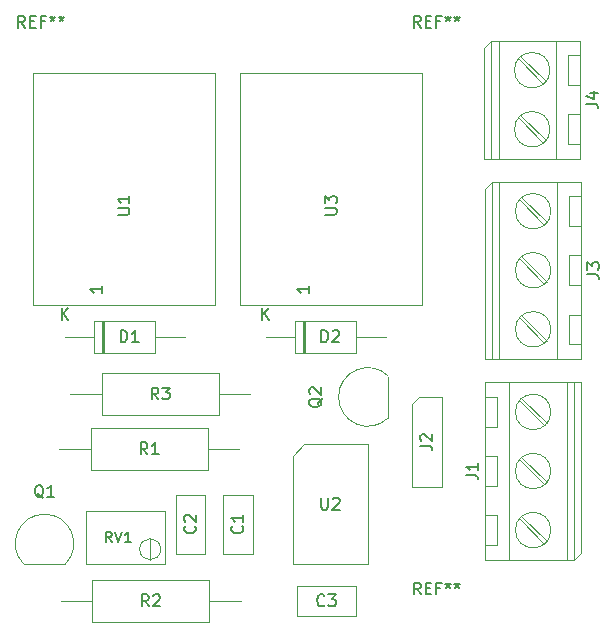
<source format=gbr>
%TF.GenerationSoftware,KiCad,Pcbnew,6.0.5-a6ca702e91~116~ubuntu20.04.1*%
%TF.CreationDate,2022-06-11T15:45:11-05:00*%
%TF.ProjectId,controlDeBombas,636f6e74-726f-46c4-9465-426f6d626173,rev?*%
%TF.SameCoordinates,PX623a7c0PY3fe56c0*%
%TF.FileFunction,AssemblyDrawing,Top*%
%FSLAX46Y46*%
G04 Gerber Fmt 4.6, Leading zero omitted, Abs format (unit mm)*
G04 Created by KiCad (PCBNEW 6.0.5-a6ca702e91~116~ubuntu20.04.1) date 2022-06-11 15:45:11*
%MOMM*%
%LPD*%
G01*
G04 APERTURE LIST*
%ADD10C,0.150000*%
%ADD11C,0.100000*%
%ADD12C,0.120000*%
G04 APERTURE END LIST*
D10*
%TO.C,REF\u002A\u002A*%
X41966666Y-9952380D02*
X41633333Y-9476190D01*
X41395238Y-9952380D02*
X41395238Y-8952380D01*
X41776190Y-8952380D01*
X41871428Y-9000000D01*
X41919047Y-9047619D01*
X41966666Y-9142857D01*
X41966666Y-9285714D01*
X41919047Y-9380952D01*
X41871428Y-9428571D01*
X41776190Y-9476190D01*
X41395238Y-9476190D01*
X42395238Y-9428571D02*
X42728571Y-9428571D01*
X42871428Y-9952380D02*
X42395238Y-9952380D01*
X42395238Y-8952380D01*
X42871428Y-8952380D01*
X43633333Y-9428571D02*
X43300000Y-9428571D01*
X43300000Y-9952380D02*
X43300000Y-8952380D01*
X43776190Y-8952380D01*
X44300000Y-8952380D02*
X44300000Y-9190476D01*
X44061904Y-9095238D02*
X44300000Y-9190476D01*
X44538095Y-9095238D01*
X44157142Y-9380952D02*
X44300000Y-9190476D01*
X44442857Y-9380952D01*
X45061904Y-8952380D02*
X45061904Y-9190476D01*
X44823809Y-9095238D02*
X45061904Y-9190476D01*
X45300000Y-9095238D01*
X44919047Y-9380952D02*
X45061904Y-9190476D01*
X45204761Y-9380952D01*
X8466666Y-9952380D02*
X8133333Y-9476190D01*
X7895238Y-9952380D02*
X7895238Y-8952380D01*
X8276190Y-8952380D01*
X8371428Y-9000000D01*
X8419047Y-9047619D01*
X8466666Y-9142857D01*
X8466666Y-9285714D01*
X8419047Y-9380952D01*
X8371428Y-9428571D01*
X8276190Y-9476190D01*
X7895238Y-9476190D01*
X8895238Y-9428571D02*
X9228571Y-9428571D01*
X9371428Y-9952380D02*
X8895238Y-9952380D01*
X8895238Y-8952380D01*
X9371428Y-8952380D01*
X10133333Y-9428571D02*
X9800000Y-9428571D01*
X9800000Y-9952380D02*
X9800000Y-8952380D01*
X10276190Y-8952380D01*
X10800000Y-8952380D02*
X10800000Y-9190476D01*
X10561904Y-9095238D02*
X10800000Y-9190476D01*
X11038095Y-9095238D01*
X10657142Y-9380952D02*
X10800000Y-9190476D01*
X10942857Y-9380952D01*
X11561904Y-8952380D02*
X11561904Y-9190476D01*
X11323809Y-9095238D02*
X11561904Y-9190476D01*
X11800000Y-9095238D01*
X11419047Y-9380952D02*
X11561904Y-9190476D01*
X11704761Y-9380952D01*
X41966666Y-57952380D02*
X41633333Y-57476190D01*
X41395238Y-57952380D02*
X41395238Y-56952380D01*
X41776190Y-56952380D01*
X41871428Y-57000000D01*
X41919047Y-57047619D01*
X41966666Y-57142857D01*
X41966666Y-57285714D01*
X41919047Y-57380952D01*
X41871428Y-57428571D01*
X41776190Y-57476190D01*
X41395238Y-57476190D01*
X42395238Y-57428571D02*
X42728571Y-57428571D01*
X42871428Y-57952380D02*
X42395238Y-57952380D01*
X42395238Y-56952380D01*
X42871428Y-56952380D01*
X43633333Y-57428571D02*
X43300000Y-57428571D01*
X43300000Y-57952380D02*
X43300000Y-56952380D01*
X43776190Y-56952380D01*
X44300000Y-56952380D02*
X44300000Y-57190476D01*
X44061904Y-57095238D02*
X44300000Y-57190476D01*
X44538095Y-57095238D01*
X44157142Y-57380952D02*
X44300000Y-57190476D01*
X44442857Y-57380952D01*
X45061904Y-56952380D02*
X45061904Y-57190476D01*
X44823809Y-57095238D02*
X45061904Y-57190476D01*
X45300000Y-57095238D01*
X44919047Y-57380952D02*
X45061904Y-57190476D01*
X45204761Y-57380952D01*
%TO.C,C1*%
X26857142Y-52166666D02*
X26904761Y-52214285D01*
X26952380Y-52357142D01*
X26952380Y-52452380D01*
X26904761Y-52595238D01*
X26809523Y-52690476D01*
X26714285Y-52738095D01*
X26523809Y-52785714D01*
X26380952Y-52785714D01*
X26190476Y-52738095D01*
X26095238Y-52690476D01*
X26000000Y-52595238D01*
X25952380Y-52452380D01*
X25952380Y-52357142D01*
X26000000Y-52214285D01*
X26047619Y-52166666D01*
X26952380Y-51214285D02*
X26952380Y-51785714D01*
X26952380Y-51500000D02*
X25952380Y-51500000D01*
X26095238Y-51595238D01*
X26190476Y-51690476D01*
X26238095Y-51785714D01*
%TO.C,C2*%
X22857142Y-52166666D02*
X22904761Y-52214285D01*
X22952380Y-52357142D01*
X22952380Y-52452380D01*
X22904761Y-52595238D01*
X22809523Y-52690476D01*
X22714285Y-52738095D01*
X22523809Y-52785714D01*
X22380952Y-52785714D01*
X22190476Y-52738095D01*
X22095238Y-52690476D01*
X22000000Y-52595238D01*
X21952380Y-52452380D01*
X21952380Y-52357142D01*
X22000000Y-52214285D01*
X22047619Y-52166666D01*
X22047619Y-51785714D02*
X22000000Y-51738095D01*
X21952380Y-51642857D01*
X21952380Y-51404761D01*
X22000000Y-51309523D01*
X22047619Y-51261904D01*
X22142857Y-51214285D01*
X22238095Y-51214285D01*
X22380952Y-51261904D01*
X22952380Y-51833333D01*
X22952380Y-51214285D01*
%TO.C,C3*%
X33833333Y-58857142D02*
X33785714Y-58904761D01*
X33642857Y-58952380D01*
X33547619Y-58952380D01*
X33404761Y-58904761D01*
X33309523Y-58809523D01*
X33261904Y-58714285D01*
X33214285Y-58523809D01*
X33214285Y-58380952D01*
X33261904Y-58190476D01*
X33309523Y-58095238D01*
X33404761Y-58000000D01*
X33547619Y-57952380D01*
X33642857Y-57952380D01*
X33785714Y-58000000D01*
X33833333Y-58047619D01*
X34166666Y-57952380D02*
X34785714Y-57952380D01*
X34452380Y-58333333D01*
X34595238Y-58333333D01*
X34690476Y-58380952D01*
X34738095Y-58428571D01*
X34785714Y-58523809D01*
X34785714Y-58761904D01*
X34738095Y-58857142D01*
X34690476Y-58904761D01*
X34595238Y-58952380D01*
X34309523Y-58952380D01*
X34214285Y-58904761D01*
X34166666Y-58857142D01*
%TO.C,D1*%
X16571904Y-36582380D02*
X16571904Y-35582380D01*
X16810000Y-35582380D01*
X16952857Y-35630000D01*
X17048095Y-35725238D01*
X17095714Y-35820476D01*
X17143333Y-36010952D01*
X17143333Y-36153809D01*
X17095714Y-36344285D01*
X17048095Y-36439523D01*
X16952857Y-36534761D01*
X16810000Y-36582380D01*
X16571904Y-36582380D01*
X18095714Y-36582380D02*
X17524285Y-36582380D01*
X17810000Y-36582380D02*
X17810000Y-35582380D01*
X17714761Y-35725238D01*
X17619523Y-35820476D01*
X17524285Y-35868095D01*
X11578095Y-34682380D02*
X11578095Y-33682380D01*
X12149523Y-34682380D02*
X11720952Y-34110952D01*
X12149523Y-33682380D02*
X11578095Y-34253809D01*
%TO.C,D2*%
X28578095Y-34682380D02*
X28578095Y-33682380D01*
X29149523Y-34682380D02*
X28720952Y-34110952D01*
X29149523Y-33682380D02*
X28578095Y-34253809D01*
X33571904Y-36582380D02*
X33571904Y-35582380D01*
X33810000Y-35582380D01*
X33952857Y-35630000D01*
X34048095Y-35725238D01*
X34095714Y-35820476D01*
X34143333Y-36010952D01*
X34143333Y-36153809D01*
X34095714Y-36344285D01*
X34048095Y-36439523D01*
X33952857Y-36534761D01*
X33810000Y-36582380D01*
X33571904Y-36582380D01*
X34524285Y-35677619D02*
X34571904Y-35630000D01*
X34667142Y-35582380D01*
X34905238Y-35582380D01*
X35000476Y-35630000D01*
X35048095Y-35677619D01*
X35095714Y-35772857D01*
X35095714Y-35868095D01*
X35048095Y-36010952D01*
X34476666Y-36582380D01*
X35095714Y-36582380D01*
%TO.C,J1*%
X45842380Y-47833333D02*
X46556666Y-47833333D01*
X46699523Y-47880952D01*
X46794761Y-47976190D01*
X46842380Y-48119047D01*
X46842380Y-48214285D01*
X46842380Y-46833333D02*
X46842380Y-47404761D01*
X46842380Y-47119047D02*
X45842380Y-47119047D01*
X45985238Y-47214285D01*
X46080476Y-47309523D01*
X46128095Y-47404761D01*
%TO.C,J2*%
X41952380Y-45373333D02*
X42666666Y-45373333D01*
X42809523Y-45420952D01*
X42904761Y-45516190D01*
X42952380Y-45659047D01*
X42952380Y-45754285D01*
X42047619Y-44944761D02*
X42000000Y-44897142D01*
X41952380Y-44801904D01*
X41952380Y-44563809D01*
X42000000Y-44468571D01*
X42047619Y-44420952D01*
X42142857Y-44373333D01*
X42238095Y-44373333D01*
X42380952Y-44420952D01*
X42952380Y-44992380D01*
X42952380Y-44373333D01*
%TO.C,J3*%
X56062380Y-30833333D02*
X56776666Y-30833333D01*
X56919523Y-30880952D01*
X57014761Y-30976190D01*
X57062380Y-31119047D01*
X57062380Y-31214285D01*
X56062380Y-30452380D02*
X56062380Y-29833333D01*
X56443333Y-30166666D01*
X56443333Y-30023809D01*
X56490952Y-29928571D01*
X56538571Y-29880952D01*
X56633809Y-29833333D01*
X56871904Y-29833333D01*
X56967142Y-29880952D01*
X57014761Y-29928571D01*
X57062380Y-30023809D01*
X57062380Y-30309523D01*
X57014761Y-30404761D01*
X56967142Y-30452380D01*
%TO.C,J4*%
X55982380Y-16393333D02*
X56696666Y-16393333D01*
X56839523Y-16440952D01*
X56934761Y-16536190D01*
X56982380Y-16679047D01*
X56982380Y-16774285D01*
X56315714Y-15488571D02*
X56982380Y-15488571D01*
X55934761Y-15726666D02*
X56649047Y-15964761D01*
X56649047Y-15345714D01*
%TO.C,Q1*%
X10034761Y-49777619D02*
X9939523Y-49730000D01*
X9844285Y-49634761D01*
X9701428Y-49491904D01*
X9606190Y-49444285D01*
X9510952Y-49444285D01*
X9558571Y-49682380D02*
X9463333Y-49634761D01*
X9368095Y-49539523D01*
X9320476Y-49349047D01*
X9320476Y-49015714D01*
X9368095Y-48825238D01*
X9463333Y-48730000D01*
X9558571Y-48682380D01*
X9749047Y-48682380D01*
X9844285Y-48730000D01*
X9939523Y-48825238D01*
X9987142Y-49015714D01*
X9987142Y-49349047D01*
X9939523Y-49539523D01*
X9844285Y-49634761D01*
X9749047Y-49682380D01*
X9558571Y-49682380D01*
X10939523Y-49682380D02*
X10368095Y-49682380D01*
X10653809Y-49682380D02*
X10653809Y-48682380D01*
X10558571Y-48825238D01*
X10463333Y-48920476D01*
X10368095Y-48968095D01*
%TO.C,Q2*%
X33647619Y-41325238D02*
X33600000Y-41420476D01*
X33504761Y-41515714D01*
X33361904Y-41658571D01*
X33314285Y-41753809D01*
X33314285Y-41849047D01*
X33552380Y-41801428D02*
X33504761Y-41896666D01*
X33409523Y-41991904D01*
X33219047Y-42039523D01*
X32885714Y-42039523D01*
X32695238Y-41991904D01*
X32600000Y-41896666D01*
X32552380Y-41801428D01*
X32552380Y-41610952D01*
X32600000Y-41515714D01*
X32695238Y-41420476D01*
X32885714Y-41372857D01*
X33219047Y-41372857D01*
X33409523Y-41420476D01*
X33504761Y-41515714D01*
X33552380Y-41610952D01*
X33552380Y-41801428D01*
X32647619Y-40991904D02*
X32600000Y-40944285D01*
X32552380Y-40849047D01*
X32552380Y-40610952D01*
X32600000Y-40515714D01*
X32647619Y-40468095D01*
X32742857Y-40420476D01*
X32838095Y-40420476D01*
X32980952Y-40468095D01*
X33552380Y-41039523D01*
X33552380Y-40420476D01*
%TO.C,R1*%
X18833333Y-46082380D02*
X18500000Y-45606190D01*
X18261904Y-46082380D02*
X18261904Y-45082380D01*
X18642857Y-45082380D01*
X18738095Y-45130000D01*
X18785714Y-45177619D01*
X18833333Y-45272857D01*
X18833333Y-45415714D01*
X18785714Y-45510952D01*
X18738095Y-45558571D01*
X18642857Y-45606190D01*
X18261904Y-45606190D01*
X19785714Y-46082380D02*
X19214285Y-46082380D01*
X19500000Y-46082380D02*
X19500000Y-45082380D01*
X19404761Y-45225238D01*
X19309523Y-45320476D01*
X19214285Y-45368095D01*
%TO.C,R2*%
X18953333Y-58952380D02*
X18620000Y-58476190D01*
X18381904Y-58952380D02*
X18381904Y-57952380D01*
X18762857Y-57952380D01*
X18858095Y-58000000D01*
X18905714Y-58047619D01*
X18953333Y-58142857D01*
X18953333Y-58285714D01*
X18905714Y-58380952D01*
X18858095Y-58428571D01*
X18762857Y-58476190D01*
X18381904Y-58476190D01*
X19334285Y-58047619D02*
X19381904Y-58000000D01*
X19477142Y-57952380D01*
X19715238Y-57952380D01*
X19810476Y-58000000D01*
X19858095Y-58047619D01*
X19905714Y-58142857D01*
X19905714Y-58238095D01*
X19858095Y-58380952D01*
X19286666Y-58952380D01*
X19905714Y-58952380D01*
%TO.C,R3*%
X19763333Y-41442380D02*
X19430000Y-40966190D01*
X19191904Y-41442380D02*
X19191904Y-40442380D01*
X19572857Y-40442380D01*
X19668095Y-40490000D01*
X19715714Y-40537619D01*
X19763333Y-40632857D01*
X19763333Y-40775714D01*
X19715714Y-40870952D01*
X19668095Y-40918571D01*
X19572857Y-40966190D01*
X19191904Y-40966190D01*
X20096666Y-40442380D02*
X20715714Y-40442380D01*
X20382380Y-40823333D01*
X20525238Y-40823333D01*
X20620476Y-40870952D01*
X20668095Y-40918571D01*
X20715714Y-41013809D01*
X20715714Y-41251904D01*
X20668095Y-41347142D01*
X20620476Y-41394761D01*
X20525238Y-41442380D01*
X20239523Y-41442380D01*
X20144285Y-41394761D01*
X20096666Y-41347142D01*
%TO.C,RV1*%
X15813333Y-53551666D02*
X15510000Y-53118333D01*
X15293333Y-53551666D02*
X15293333Y-52641666D01*
X15640000Y-52641666D01*
X15726666Y-52685000D01*
X15770000Y-52728333D01*
X15813333Y-52815000D01*
X15813333Y-52945000D01*
X15770000Y-53031666D01*
X15726666Y-53075000D01*
X15640000Y-53118333D01*
X15293333Y-53118333D01*
X16073333Y-52641666D02*
X16376666Y-53551666D01*
X16680000Y-52641666D01*
X17460000Y-53551666D02*
X16940000Y-53551666D01*
X17200000Y-53551666D02*
X17200000Y-52641666D01*
X17113333Y-52771666D01*
X17026666Y-52858333D01*
X16940000Y-52901666D01*
%TO.C,U1*%
X16317380Y-25791904D02*
X17126904Y-25791904D01*
X17222142Y-25744285D01*
X17269761Y-25696666D01*
X17317380Y-25601428D01*
X17317380Y-25410952D01*
X17269761Y-25315714D01*
X17222142Y-25268095D01*
X17126904Y-25220476D01*
X16317380Y-25220476D01*
X17317380Y-24220476D02*
X17317380Y-24791904D01*
X17317380Y-24506190D02*
X16317380Y-24506190D01*
X16460238Y-24601428D01*
X16555476Y-24696666D01*
X16603095Y-24791904D01*
X14992380Y-31844285D02*
X14992380Y-32415714D01*
X14992380Y-32130000D02*
X13992380Y-32130000D01*
X14135238Y-32225238D01*
X14230476Y-32320476D01*
X14278095Y-32415714D01*
%TO.C,U2*%
X33548095Y-49762380D02*
X33548095Y-50571904D01*
X33595714Y-50667142D01*
X33643333Y-50714761D01*
X33738571Y-50762380D01*
X33929047Y-50762380D01*
X34024285Y-50714761D01*
X34071904Y-50667142D01*
X34119523Y-50571904D01*
X34119523Y-49762380D01*
X34548095Y-49857619D02*
X34595714Y-49810000D01*
X34690952Y-49762380D01*
X34929047Y-49762380D01*
X35024285Y-49810000D01*
X35071904Y-49857619D01*
X35119523Y-49952857D01*
X35119523Y-50048095D01*
X35071904Y-50190952D01*
X34500476Y-50762380D01*
X35119523Y-50762380D01*
%TO.C,U3*%
X32547379Y-31844285D02*
X32547379Y-32415714D01*
X32547379Y-32130000D02*
X31547379Y-32130000D01*
X31690237Y-32225238D01*
X31785475Y-32320476D01*
X31833094Y-32415714D01*
X33872379Y-25791904D02*
X34681903Y-25791904D01*
X34777141Y-25744285D01*
X34824760Y-25696666D01*
X34872379Y-25601428D01*
X34872379Y-25410952D01*
X34824760Y-25315714D01*
X34777141Y-25268095D01*
X34681903Y-25220476D01*
X33872379Y-25220476D01*
X33872379Y-24839523D02*
X33872379Y-24220476D01*
X34253332Y-24553809D01*
X34253332Y-24410952D01*
X34300951Y-24315714D01*
X34348570Y-24268095D01*
X34443808Y-24220476D01*
X34681903Y-24220476D01*
X34777141Y-24268095D01*
X34824760Y-24315714D01*
X34872379Y-24410952D01*
X34872379Y-24696666D01*
X34824760Y-24791904D01*
X34777141Y-24839523D01*
D11*
%TO.C,C1*%
X27750000Y-49500000D02*
X25250000Y-49500000D01*
X25250000Y-49500000D02*
X25250000Y-54500000D01*
X25250000Y-54500000D02*
X27750000Y-54500000D01*
X27750000Y-54500000D02*
X27750000Y-49500000D01*
%TO.C,C2*%
X23750000Y-54500000D02*
X23750000Y-49500000D01*
X21250000Y-54500000D02*
X23750000Y-54500000D01*
X21250000Y-49500000D02*
X21250000Y-54500000D01*
X23750000Y-49500000D02*
X21250000Y-49500000D01*
%TO.C,C3*%
X36500000Y-59750000D02*
X36500000Y-57250000D01*
X36500000Y-57250000D02*
X31500000Y-57250000D01*
X31500000Y-57250000D02*
X31500000Y-59750000D01*
X31500000Y-59750000D02*
X36500000Y-59750000D01*
%TO.C,D1*%
X14320000Y-34780000D02*
X14320000Y-37480000D01*
X14320000Y-37480000D02*
X19520000Y-37480000D01*
X19520000Y-37480000D02*
X19520000Y-34780000D01*
X19520000Y-34780000D02*
X14320000Y-34780000D01*
X11840000Y-36130000D02*
X14320000Y-36130000D01*
X22000000Y-36130000D02*
X19520000Y-36130000D01*
X15100000Y-34780000D02*
X15100000Y-37480000D01*
X15200000Y-34780000D02*
X15200000Y-37480000D01*
X15000000Y-34780000D02*
X15000000Y-37480000D01*
%TO.C,D2*%
X32000000Y-34780000D02*
X32000000Y-37480000D01*
X32200000Y-34780000D02*
X32200000Y-37480000D01*
X32100000Y-34780000D02*
X32100000Y-37480000D01*
X39000000Y-36130000D02*
X36520000Y-36130000D01*
X28840000Y-36130000D02*
X31320000Y-36130000D01*
X36520000Y-34780000D02*
X31320000Y-34780000D01*
X36520000Y-37480000D02*
X36520000Y-34780000D01*
X31320000Y-37480000D02*
X36520000Y-37480000D01*
X31320000Y-34780000D02*
X31320000Y-37480000D01*
%TO.C,J1*%
X47450000Y-41250000D02*
X47450000Y-43750000D01*
X48450000Y-41250000D02*
X47450000Y-41250000D01*
X48450000Y-43750000D02*
X48450000Y-41250000D01*
X47450000Y-43750000D02*
X48450000Y-43750000D01*
X50362000Y-41545000D02*
X52455000Y-43637000D01*
X50545000Y-41362000D02*
X52638000Y-43454000D01*
X47450000Y-46250000D02*
X47450000Y-48750000D01*
X48450000Y-46250000D02*
X47450000Y-46250000D01*
X48450000Y-48750000D02*
X48450000Y-46250000D01*
X47450000Y-48750000D02*
X48450000Y-48750000D01*
X50362000Y-46545000D02*
X52455000Y-48637000D01*
X50545000Y-46362000D02*
X52638000Y-48454000D01*
X47450000Y-51250000D02*
X47450000Y-53750000D01*
X48450000Y-51250000D02*
X47450000Y-51250000D01*
X48450000Y-53750000D02*
X48450000Y-51250000D01*
X47450000Y-53750000D02*
X48450000Y-53750000D01*
X50362000Y-51545000D02*
X52455000Y-53638000D01*
X50545000Y-51362000D02*
X52638000Y-53455000D01*
X49450000Y-55000000D02*
X49450000Y-40000000D01*
X54350000Y-55000000D02*
X54350000Y-40000000D01*
X54950000Y-55000000D02*
X54950000Y-40000000D01*
X54950000Y-55000000D02*
X47450000Y-55000000D01*
X55550000Y-54400000D02*
X54950000Y-55000000D01*
X55550000Y-40000000D02*
X55550000Y-54400000D01*
X47450000Y-40000000D02*
X55550000Y-40000000D01*
X47450000Y-55000000D02*
X47450000Y-40000000D01*
X53000000Y-42500000D02*
G75*
G03*
X53000000Y-42500000I-1500000J0D01*
G01*
X53000000Y-47500000D02*
G75*
G03*
X53000000Y-47500000I-1500000J0D01*
G01*
X53000000Y-52500000D02*
G75*
G03*
X53000000Y-52500000I-1500000J0D01*
G01*
%TO.C,J2*%
X41865000Y-41230000D02*
X43770000Y-41230000D01*
X43770000Y-41230000D02*
X43770000Y-48850000D01*
X43770000Y-48850000D02*
X41230000Y-48850000D01*
X41230000Y-48850000D02*
X41230000Y-41865000D01*
X41230000Y-41865000D02*
X41865000Y-41230000D01*
%TO.C,J3*%
X53000000Y-25500000D02*
G75*
G03*
X53000000Y-25500000I-1500000J0D01*
G01*
X53000000Y-30500000D02*
G75*
G03*
X53000000Y-30500000I-1500000J0D01*
G01*
X53000000Y-35500000D02*
G75*
G03*
X53000000Y-35500000I-1500000J0D01*
G01*
X55550000Y-23000000D02*
X55550000Y-38000000D01*
X55550000Y-38000000D02*
X47450000Y-38000000D01*
X47450000Y-38000000D02*
X47450000Y-23600000D01*
X47450000Y-23600000D02*
X48050000Y-23000000D01*
X48050000Y-23000000D02*
X55550000Y-23000000D01*
X48050000Y-23000000D02*
X48050000Y-38000000D01*
X48650000Y-23000000D02*
X48650000Y-38000000D01*
X53550000Y-23000000D02*
X53550000Y-38000000D01*
X52455000Y-26638000D02*
X50362000Y-24545000D01*
X52638000Y-26455000D02*
X50545000Y-24362000D01*
X55550000Y-24250000D02*
X54550000Y-24250000D01*
X54550000Y-24250000D02*
X54550000Y-26750000D01*
X54550000Y-26750000D02*
X55550000Y-26750000D01*
X55550000Y-26750000D02*
X55550000Y-24250000D01*
X52455000Y-31638000D02*
X50362000Y-29546000D01*
X52638000Y-31455000D02*
X50545000Y-29363000D01*
X55550000Y-29250000D02*
X54550000Y-29250000D01*
X54550000Y-29250000D02*
X54550000Y-31750000D01*
X54550000Y-31750000D02*
X55550000Y-31750000D01*
X55550000Y-31750000D02*
X55550000Y-29250000D01*
X52455000Y-36638000D02*
X50362000Y-34546000D01*
X52638000Y-36455000D02*
X50545000Y-34363000D01*
X55550000Y-34250000D02*
X54550000Y-34250000D01*
X54550000Y-34250000D02*
X54550000Y-36750000D01*
X54550000Y-36750000D02*
X55550000Y-36750000D01*
X55550000Y-36750000D02*
X55550000Y-34250000D01*
%TO.C,J4*%
X52920000Y-13560000D02*
G75*
G03*
X52920000Y-13560000I-1500000J0D01*
G01*
X52920000Y-18560000D02*
G75*
G03*
X52920000Y-18560000I-1500000J0D01*
G01*
X55470000Y-11060000D02*
X55470000Y-21060000D01*
X55470000Y-21060000D02*
X47370000Y-21060000D01*
X47370000Y-21060000D02*
X47370000Y-11660000D01*
X47370000Y-11660000D02*
X47970000Y-11060000D01*
X47970000Y-11060000D02*
X55470000Y-11060000D01*
X47970000Y-11060000D02*
X47970000Y-21060000D01*
X48570000Y-11060000D02*
X48570000Y-21060000D01*
X53470000Y-11060000D02*
X53470000Y-21060000D01*
X52375000Y-14698000D02*
X50282000Y-12605000D01*
X52558000Y-14515000D02*
X50465000Y-12422000D01*
X55470000Y-12310000D02*
X54470000Y-12310000D01*
X54470000Y-12310000D02*
X54470000Y-14810000D01*
X54470000Y-14810000D02*
X55470000Y-14810000D01*
X55470000Y-14810000D02*
X55470000Y-12310000D01*
X52375000Y-19698000D02*
X50282000Y-17606000D01*
X52558000Y-19515000D02*
X50465000Y-17423000D01*
X55470000Y-17310000D02*
X54470000Y-17310000D01*
X54470000Y-17310000D02*
X54470000Y-19810000D01*
X54470000Y-19810000D02*
X55470000Y-19810000D01*
X55470000Y-19810000D02*
X55470000Y-17310000D01*
%TO.C,Q1*%
X10130000Y-51150000D02*
G75*
G03*
X8376375Y-55383625I0J-2480000D01*
G01*
X11883625Y-55383625D02*
G75*
G03*
X10130000Y-51150000I-1753625J1753625D01*
G01*
X8360000Y-55380000D02*
X11860000Y-55380000D01*
%TO.C,Q2*%
X39250000Y-43000000D02*
X39250000Y-39500000D01*
X39253625Y-39476375D02*
G75*
G03*
X35020000Y-41230000I-1753625J-1753625D01*
G01*
X35020000Y-41230000D02*
G75*
G03*
X39253625Y-42983625I2480000J0D01*
G01*
%TO.C,R1*%
X23950000Y-47430000D02*
X23950000Y-43830000D01*
X23950000Y-43830000D02*
X14050000Y-43830000D01*
X14050000Y-43830000D02*
X14050000Y-47430000D01*
X14050000Y-47430000D02*
X23950000Y-47430000D01*
X26620000Y-45630000D02*
X23950000Y-45630000D01*
X11380000Y-45630000D02*
X14050000Y-45630000D01*
%TO.C,R2*%
X14170000Y-56700000D02*
X14170000Y-60300000D01*
X14170000Y-60300000D02*
X24070000Y-60300000D01*
X24070000Y-60300000D02*
X24070000Y-56700000D01*
X24070000Y-56700000D02*
X14170000Y-56700000D01*
X11500000Y-58500000D02*
X14170000Y-58500000D01*
X26740000Y-58500000D02*
X24070000Y-58500000D01*
%TO.C,R3*%
X27550000Y-40990000D02*
X24880000Y-40990000D01*
X12310000Y-40990000D02*
X14980000Y-40990000D01*
X24880000Y-39190000D02*
X14980000Y-39190000D01*
X24880000Y-42790000D02*
X24880000Y-39190000D01*
X14980000Y-42790000D02*
X24880000Y-42790000D01*
X14980000Y-39190000D02*
X14980000Y-42790000D01*
%TO.C,RV1*%
X19965000Y-54120000D02*
G75*
G03*
X19965000Y-54120000I-890000J0D01*
G01*
X13635000Y-50890000D02*
X13635000Y-55390000D01*
X13635000Y-55390000D02*
X20345000Y-55390000D01*
X20345000Y-55390000D02*
X20345000Y-50890000D01*
X20345000Y-50890000D02*
X13635000Y-50890000D01*
X19075000Y-55002000D02*
X19076000Y-53239000D01*
X19075000Y-55002000D02*
X19076000Y-53239000D01*
D12*
%TO.C,U1*%
X24540000Y-33430000D02*
X9140000Y-33430000D01*
X24540000Y-13830000D02*
X24540000Y-33430000D01*
X9140000Y-13830000D02*
X24540000Y-13830000D01*
X9140000Y-33430000D02*
X9140000Y-13830000D01*
D11*
%TO.C,U2*%
X32135000Y-45230000D02*
X37485000Y-45230000D01*
X37485000Y-45230000D02*
X37485000Y-55390000D01*
X37485000Y-55390000D02*
X31135000Y-55390000D01*
X31135000Y-55390000D02*
X31135000Y-46230000D01*
X31135000Y-46230000D02*
X32135000Y-45230000D01*
D12*
%TO.C,U3*%
X26694999Y-33430000D02*
X26694999Y-13830000D01*
X26694999Y-13830000D02*
X42094999Y-13830000D01*
X42094999Y-13830000D02*
X42094999Y-33430000D01*
X42094999Y-33430000D02*
X26694999Y-33430000D01*
%TD*%
M02*

</source>
